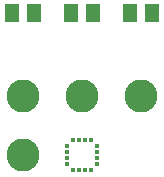
<source format=gts>
G04 (created by PCBNEW (2013-07-07 BZR 4022)-stable) date 8/6/2015 3:57:57 PM*
%MOIN*%
G04 Gerber Fmt 3.4, Leading zero omitted, Abs format*
%FSLAX34Y34*%
G01*
G70*
G90*
G04 APERTURE LIST*
%ADD10C,0.00590551*%
%ADD11C,0.110236*%
%ADD12R,0.0177165X0.011811*%
%ADD13R,0.011811X0.0177165*%
%ADD14R,0.0512X0.059*%
G04 APERTURE END LIST*
G54D10*
G54D11*
X78740Y-57086D03*
X80708Y-57086D03*
X76771Y-57086D03*
X76771Y-59055D03*
G54D12*
X78238Y-58759D03*
X78238Y-58956D03*
X78238Y-59153D03*
X78238Y-59350D03*
G54D13*
X78444Y-59557D03*
X78641Y-59557D03*
X78838Y-59557D03*
X79035Y-59557D03*
G54D12*
X79242Y-59350D03*
X79242Y-59153D03*
X79242Y-58956D03*
X79242Y-58759D03*
G54D13*
X79035Y-58553D03*
X78838Y-58553D03*
X78641Y-58553D03*
X78444Y-58553D03*
G54D14*
X76396Y-54330D03*
X77146Y-54330D03*
X81083Y-54330D03*
X80333Y-54330D03*
X79115Y-54330D03*
X78365Y-54330D03*
M02*

</source>
